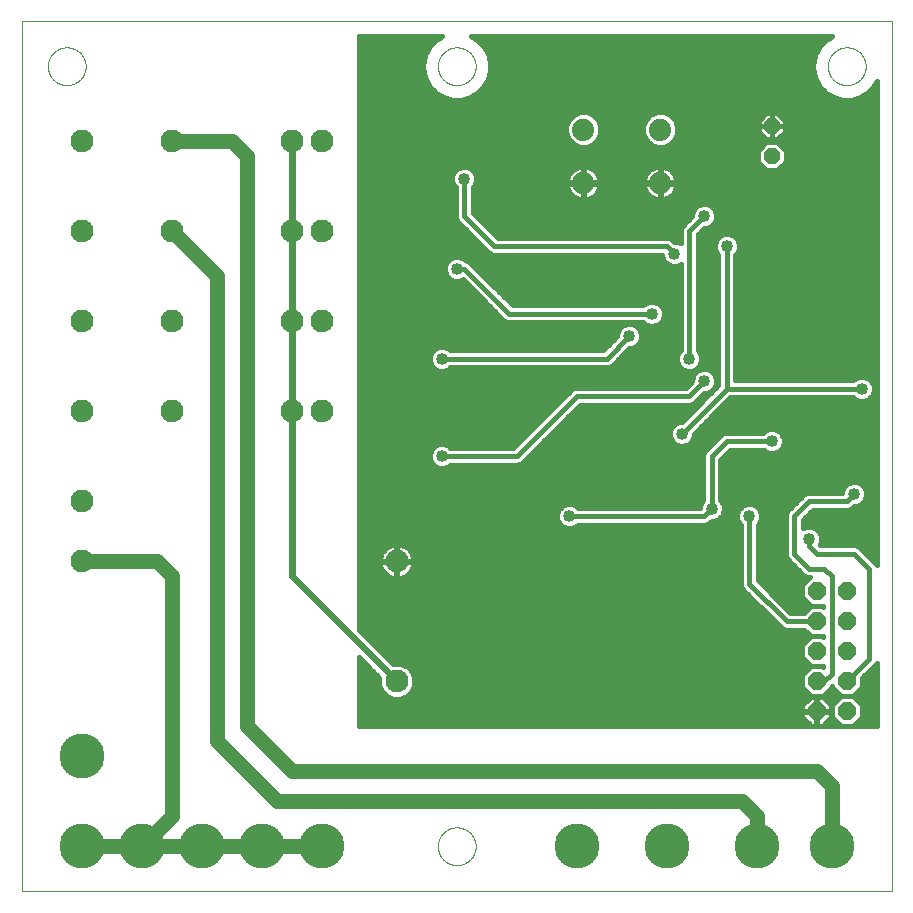
<source format=gbl>
G75*
%MOIN*%
%OFA0B0*%
%FSLAX25Y25*%
%IPPOS*%
%LPD*%
%AMOC8*
5,1,8,0,0,1.08239X$1,22.5*
%
%ADD10C,0.00000*%
%ADD11OC8,0.06000*%
%ADD12C,0.07400*%
%ADD13C,0.07600*%
%ADD14OC8,0.05200*%
%ADD15C,0.15000*%
%ADD16C,0.04000*%
%ADD17C,0.01600*%
%ADD18C,0.02400*%
%ADD19C,0.05000*%
D10*
X0001000Y0001000D02*
X0291000Y0001000D01*
X0291000Y0291000D01*
X0001000Y0291000D01*
X0001000Y0001000D01*
X0139701Y0016000D02*
X0139703Y0016158D01*
X0139709Y0016316D01*
X0139719Y0016474D01*
X0139733Y0016632D01*
X0139751Y0016789D01*
X0139772Y0016946D01*
X0139798Y0017102D01*
X0139828Y0017258D01*
X0139861Y0017413D01*
X0139899Y0017566D01*
X0139940Y0017719D01*
X0139985Y0017871D01*
X0140034Y0018022D01*
X0140087Y0018171D01*
X0140143Y0018319D01*
X0140203Y0018465D01*
X0140267Y0018610D01*
X0140335Y0018753D01*
X0140406Y0018895D01*
X0140480Y0019035D01*
X0140558Y0019172D01*
X0140640Y0019308D01*
X0140724Y0019442D01*
X0140813Y0019573D01*
X0140904Y0019702D01*
X0140999Y0019829D01*
X0141096Y0019954D01*
X0141197Y0020076D01*
X0141301Y0020195D01*
X0141408Y0020312D01*
X0141518Y0020426D01*
X0141631Y0020537D01*
X0141746Y0020646D01*
X0141864Y0020751D01*
X0141985Y0020853D01*
X0142108Y0020953D01*
X0142234Y0021049D01*
X0142362Y0021142D01*
X0142492Y0021232D01*
X0142625Y0021318D01*
X0142760Y0021402D01*
X0142896Y0021481D01*
X0143035Y0021558D01*
X0143176Y0021630D01*
X0143318Y0021700D01*
X0143462Y0021765D01*
X0143608Y0021827D01*
X0143755Y0021885D01*
X0143904Y0021940D01*
X0144054Y0021991D01*
X0144205Y0022038D01*
X0144357Y0022081D01*
X0144510Y0022120D01*
X0144665Y0022156D01*
X0144820Y0022187D01*
X0144976Y0022215D01*
X0145132Y0022239D01*
X0145289Y0022259D01*
X0145447Y0022275D01*
X0145604Y0022287D01*
X0145763Y0022295D01*
X0145921Y0022299D01*
X0146079Y0022299D01*
X0146237Y0022295D01*
X0146396Y0022287D01*
X0146553Y0022275D01*
X0146711Y0022259D01*
X0146868Y0022239D01*
X0147024Y0022215D01*
X0147180Y0022187D01*
X0147335Y0022156D01*
X0147490Y0022120D01*
X0147643Y0022081D01*
X0147795Y0022038D01*
X0147946Y0021991D01*
X0148096Y0021940D01*
X0148245Y0021885D01*
X0148392Y0021827D01*
X0148538Y0021765D01*
X0148682Y0021700D01*
X0148824Y0021630D01*
X0148965Y0021558D01*
X0149104Y0021481D01*
X0149240Y0021402D01*
X0149375Y0021318D01*
X0149508Y0021232D01*
X0149638Y0021142D01*
X0149766Y0021049D01*
X0149892Y0020953D01*
X0150015Y0020853D01*
X0150136Y0020751D01*
X0150254Y0020646D01*
X0150369Y0020537D01*
X0150482Y0020426D01*
X0150592Y0020312D01*
X0150699Y0020195D01*
X0150803Y0020076D01*
X0150904Y0019954D01*
X0151001Y0019829D01*
X0151096Y0019702D01*
X0151187Y0019573D01*
X0151276Y0019442D01*
X0151360Y0019308D01*
X0151442Y0019172D01*
X0151520Y0019035D01*
X0151594Y0018895D01*
X0151665Y0018753D01*
X0151733Y0018610D01*
X0151797Y0018465D01*
X0151857Y0018319D01*
X0151913Y0018171D01*
X0151966Y0018022D01*
X0152015Y0017871D01*
X0152060Y0017719D01*
X0152101Y0017566D01*
X0152139Y0017413D01*
X0152172Y0017258D01*
X0152202Y0017102D01*
X0152228Y0016946D01*
X0152249Y0016789D01*
X0152267Y0016632D01*
X0152281Y0016474D01*
X0152291Y0016316D01*
X0152297Y0016158D01*
X0152299Y0016000D01*
X0152297Y0015842D01*
X0152291Y0015684D01*
X0152281Y0015526D01*
X0152267Y0015368D01*
X0152249Y0015211D01*
X0152228Y0015054D01*
X0152202Y0014898D01*
X0152172Y0014742D01*
X0152139Y0014587D01*
X0152101Y0014434D01*
X0152060Y0014281D01*
X0152015Y0014129D01*
X0151966Y0013978D01*
X0151913Y0013829D01*
X0151857Y0013681D01*
X0151797Y0013535D01*
X0151733Y0013390D01*
X0151665Y0013247D01*
X0151594Y0013105D01*
X0151520Y0012965D01*
X0151442Y0012828D01*
X0151360Y0012692D01*
X0151276Y0012558D01*
X0151187Y0012427D01*
X0151096Y0012298D01*
X0151001Y0012171D01*
X0150904Y0012046D01*
X0150803Y0011924D01*
X0150699Y0011805D01*
X0150592Y0011688D01*
X0150482Y0011574D01*
X0150369Y0011463D01*
X0150254Y0011354D01*
X0150136Y0011249D01*
X0150015Y0011147D01*
X0149892Y0011047D01*
X0149766Y0010951D01*
X0149638Y0010858D01*
X0149508Y0010768D01*
X0149375Y0010682D01*
X0149240Y0010598D01*
X0149104Y0010519D01*
X0148965Y0010442D01*
X0148824Y0010370D01*
X0148682Y0010300D01*
X0148538Y0010235D01*
X0148392Y0010173D01*
X0148245Y0010115D01*
X0148096Y0010060D01*
X0147946Y0010009D01*
X0147795Y0009962D01*
X0147643Y0009919D01*
X0147490Y0009880D01*
X0147335Y0009844D01*
X0147180Y0009813D01*
X0147024Y0009785D01*
X0146868Y0009761D01*
X0146711Y0009741D01*
X0146553Y0009725D01*
X0146396Y0009713D01*
X0146237Y0009705D01*
X0146079Y0009701D01*
X0145921Y0009701D01*
X0145763Y0009705D01*
X0145604Y0009713D01*
X0145447Y0009725D01*
X0145289Y0009741D01*
X0145132Y0009761D01*
X0144976Y0009785D01*
X0144820Y0009813D01*
X0144665Y0009844D01*
X0144510Y0009880D01*
X0144357Y0009919D01*
X0144205Y0009962D01*
X0144054Y0010009D01*
X0143904Y0010060D01*
X0143755Y0010115D01*
X0143608Y0010173D01*
X0143462Y0010235D01*
X0143318Y0010300D01*
X0143176Y0010370D01*
X0143035Y0010442D01*
X0142896Y0010519D01*
X0142760Y0010598D01*
X0142625Y0010682D01*
X0142492Y0010768D01*
X0142362Y0010858D01*
X0142234Y0010951D01*
X0142108Y0011047D01*
X0141985Y0011147D01*
X0141864Y0011249D01*
X0141746Y0011354D01*
X0141631Y0011463D01*
X0141518Y0011574D01*
X0141408Y0011688D01*
X0141301Y0011805D01*
X0141197Y0011924D01*
X0141096Y0012046D01*
X0140999Y0012171D01*
X0140904Y0012298D01*
X0140813Y0012427D01*
X0140724Y0012558D01*
X0140640Y0012692D01*
X0140558Y0012828D01*
X0140480Y0012965D01*
X0140406Y0013105D01*
X0140335Y0013247D01*
X0140267Y0013390D01*
X0140203Y0013535D01*
X0140143Y0013681D01*
X0140087Y0013829D01*
X0140034Y0013978D01*
X0139985Y0014129D01*
X0139940Y0014281D01*
X0139899Y0014434D01*
X0139861Y0014587D01*
X0139828Y0014742D01*
X0139798Y0014898D01*
X0139772Y0015054D01*
X0139751Y0015211D01*
X0139733Y0015368D01*
X0139719Y0015526D01*
X0139709Y0015684D01*
X0139703Y0015842D01*
X0139701Y0016000D01*
X0139701Y0276000D02*
X0139703Y0276158D01*
X0139709Y0276316D01*
X0139719Y0276474D01*
X0139733Y0276632D01*
X0139751Y0276789D01*
X0139772Y0276946D01*
X0139798Y0277102D01*
X0139828Y0277258D01*
X0139861Y0277413D01*
X0139899Y0277566D01*
X0139940Y0277719D01*
X0139985Y0277871D01*
X0140034Y0278022D01*
X0140087Y0278171D01*
X0140143Y0278319D01*
X0140203Y0278465D01*
X0140267Y0278610D01*
X0140335Y0278753D01*
X0140406Y0278895D01*
X0140480Y0279035D01*
X0140558Y0279172D01*
X0140640Y0279308D01*
X0140724Y0279442D01*
X0140813Y0279573D01*
X0140904Y0279702D01*
X0140999Y0279829D01*
X0141096Y0279954D01*
X0141197Y0280076D01*
X0141301Y0280195D01*
X0141408Y0280312D01*
X0141518Y0280426D01*
X0141631Y0280537D01*
X0141746Y0280646D01*
X0141864Y0280751D01*
X0141985Y0280853D01*
X0142108Y0280953D01*
X0142234Y0281049D01*
X0142362Y0281142D01*
X0142492Y0281232D01*
X0142625Y0281318D01*
X0142760Y0281402D01*
X0142896Y0281481D01*
X0143035Y0281558D01*
X0143176Y0281630D01*
X0143318Y0281700D01*
X0143462Y0281765D01*
X0143608Y0281827D01*
X0143755Y0281885D01*
X0143904Y0281940D01*
X0144054Y0281991D01*
X0144205Y0282038D01*
X0144357Y0282081D01*
X0144510Y0282120D01*
X0144665Y0282156D01*
X0144820Y0282187D01*
X0144976Y0282215D01*
X0145132Y0282239D01*
X0145289Y0282259D01*
X0145447Y0282275D01*
X0145604Y0282287D01*
X0145763Y0282295D01*
X0145921Y0282299D01*
X0146079Y0282299D01*
X0146237Y0282295D01*
X0146396Y0282287D01*
X0146553Y0282275D01*
X0146711Y0282259D01*
X0146868Y0282239D01*
X0147024Y0282215D01*
X0147180Y0282187D01*
X0147335Y0282156D01*
X0147490Y0282120D01*
X0147643Y0282081D01*
X0147795Y0282038D01*
X0147946Y0281991D01*
X0148096Y0281940D01*
X0148245Y0281885D01*
X0148392Y0281827D01*
X0148538Y0281765D01*
X0148682Y0281700D01*
X0148824Y0281630D01*
X0148965Y0281558D01*
X0149104Y0281481D01*
X0149240Y0281402D01*
X0149375Y0281318D01*
X0149508Y0281232D01*
X0149638Y0281142D01*
X0149766Y0281049D01*
X0149892Y0280953D01*
X0150015Y0280853D01*
X0150136Y0280751D01*
X0150254Y0280646D01*
X0150369Y0280537D01*
X0150482Y0280426D01*
X0150592Y0280312D01*
X0150699Y0280195D01*
X0150803Y0280076D01*
X0150904Y0279954D01*
X0151001Y0279829D01*
X0151096Y0279702D01*
X0151187Y0279573D01*
X0151276Y0279442D01*
X0151360Y0279308D01*
X0151442Y0279172D01*
X0151520Y0279035D01*
X0151594Y0278895D01*
X0151665Y0278753D01*
X0151733Y0278610D01*
X0151797Y0278465D01*
X0151857Y0278319D01*
X0151913Y0278171D01*
X0151966Y0278022D01*
X0152015Y0277871D01*
X0152060Y0277719D01*
X0152101Y0277566D01*
X0152139Y0277413D01*
X0152172Y0277258D01*
X0152202Y0277102D01*
X0152228Y0276946D01*
X0152249Y0276789D01*
X0152267Y0276632D01*
X0152281Y0276474D01*
X0152291Y0276316D01*
X0152297Y0276158D01*
X0152299Y0276000D01*
X0152297Y0275842D01*
X0152291Y0275684D01*
X0152281Y0275526D01*
X0152267Y0275368D01*
X0152249Y0275211D01*
X0152228Y0275054D01*
X0152202Y0274898D01*
X0152172Y0274742D01*
X0152139Y0274587D01*
X0152101Y0274434D01*
X0152060Y0274281D01*
X0152015Y0274129D01*
X0151966Y0273978D01*
X0151913Y0273829D01*
X0151857Y0273681D01*
X0151797Y0273535D01*
X0151733Y0273390D01*
X0151665Y0273247D01*
X0151594Y0273105D01*
X0151520Y0272965D01*
X0151442Y0272828D01*
X0151360Y0272692D01*
X0151276Y0272558D01*
X0151187Y0272427D01*
X0151096Y0272298D01*
X0151001Y0272171D01*
X0150904Y0272046D01*
X0150803Y0271924D01*
X0150699Y0271805D01*
X0150592Y0271688D01*
X0150482Y0271574D01*
X0150369Y0271463D01*
X0150254Y0271354D01*
X0150136Y0271249D01*
X0150015Y0271147D01*
X0149892Y0271047D01*
X0149766Y0270951D01*
X0149638Y0270858D01*
X0149508Y0270768D01*
X0149375Y0270682D01*
X0149240Y0270598D01*
X0149104Y0270519D01*
X0148965Y0270442D01*
X0148824Y0270370D01*
X0148682Y0270300D01*
X0148538Y0270235D01*
X0148392Y0270173D01*
X0148245Y0270115D01*
X0148096Y0270060D01*
X0147946Y0270009D01*
X0147795Y0269962D01*
X0147643Y0269919D01*
X0147490Y0269880D01*
X0147335Y0269844D01*
X0147180Y0269813D01*
X0147024Y0269785D01*
X0146868Y0269761D01*
X0146711Y0269741D01*
X0146553Y0269725D01*
X0146396Y0269713D01*
X0146237Y0269705D01*
X0146079Y0269701D01*
X0145921Y0269701D01*
X0145763Y0269705D01*
X0145604Y0269713D01*
X0145447Y0269725D01*
X0145289Y0269741D01*
X0145132Y0269761D01*
X0144976Y0269785D01*
X0144820Y0269813D01*
X0144665Y0269844D01*
X0144510Y0269880D01*
X0144357Y0269919D01*
X0144205Y0269962D01*
X0144054Y0270009D01*
X0143904Y0270060D01*
X0143755Y0270115D01*
X0143608Y0270173D01*
X0143462Y0270235D01*
X0143318Y0270300D01*
X0143176Y0270370D01*
X0143035Y0270442D01*
X0142896Y0270519D01*
X0142760Y0270598D01*
X0142625Y0270682D01*
X0142492Y0270768D01*
X0142362Y0270858D01*
X0142234Y0270951D01*
X0142108Y0271047D01*
X0141985Y0271147D01*
X0141864Y0271249D01*
X0141746Y0271354D01*
X0141631Y0271463D01*
X0141518Y0271574D01*
X0141408Y0271688D01*
X0141301Y0271805D01*
X0141197Y0271924D01*
X0141096Y0272046D01*
X0140999Y0272171D01*
X0140904Y0272298D01*
X0140813Y0272427D01*
X0140724Y0272558D01*
X0140640Y0272692D01*
X0140558Y0272828D01*
X0140480Y0272965D01*
X0140406Y0273105D01*
X0140335Y0273247D01*
X0140267Y0273390D01*
X0140203Y0273535D01*
X0140143Y0273681D01*
X0140087Y0273829D01*
X0140034Y0273978D01*
X0139985Y0274129D01*
X0139940Y0274281D01*
X0139899Y0274434D01*
X0139861Y0274587D01*
X0139828Y0274742D01*
X0139798Y0274898D01*
X0139772Y0275054D01*
X0139751Y0275211D01*
X0139733Y0275368D01*
X0139719Y0275526D01*
X0139709Y0275684D01*
X0139703Y0275842D01*
X0139701Y0276000D01*
X0009701Y0276000D02*
X0009703Y0276158D01*
X0009709Y0276316D01*
X0009719Y0276474D01*
X0009733Y0276632D01*
X0009751Y0276789D01*
X0009772Y0276946D01*
X0009798Y0277102D01*
X0009828Y0277258D01*
X0009861Y0277413D01*
X0009899Y0277566D01*
X0009940Y0277719D01*
X0009985Y0277871D01*
X0010034Y0278022D01*
X0010087Y0278171D01*
X0010143Y0278319D01*
X0010203Y0278465D01*
X0010267Y0278610D01*
X0010335Y0278753D01*
X0010406Y0278895D01*
X0010480Y0279035D01*
X0010558Y0279172D01*
X0010640Y0279308D01*
X0010724Y0279442D01*
X0010813Y0279573D01*
X0010904Y0279702D01*
X0010999Y0279829D01*
X0011096Y0279954D01*
X0011197Y0280076D01*
X0011301Y0280195D01*
X0011408Y0280312D01*
X0011518Y0280426D01*
X0011631Y0280537D01*
X0011746Y0280646D01*
X0011864Y0280751D01*
X0011985Y0280853D01*
X0012108Y0280953D01*
X0012234Y0281049D01*
X0012362Y0281142D01*
X0012492Y0281232D01*
X0012625Y0281318D01*
X0012760Y0281402D01*
X0012896Y0281481D01*
X0013035Y0281558D01*
X0013176Y0281630D01*
X0013318Y0281700D01*
X0013462Y0281765D01*
X0013608Y0281827D01*
X0013755Y0281885D01*
X0013904Y0281940D01*
X0014054Y0281991D01*
X0014205Y0282038D01*
X0014357Y0282081D01*
X0014510Y0282120D01*
X0014665Y0282156D01*
X0014820Y0282187D01*
X0014976Y0282215D01*
X0015132Y0282239D01*
X0015289Y0282259D01*
X0015447Y0282275D01*
X0015604Y0282287D01*
X0015763Y0282295D01*
X0015921Y0282299D01*
X0016079Y0282299D01*
X0016237Y0282295D01*
X0016396Y0282287D01*
X0016553Y0282275D01*
X0016711Y0282259D01*
X0016868Y0282239D01*
X0017024Y0282215D01*
X0017180Y0282187D01*
X0017335Y0282156D01*
X0017490Y0282120D01*
X0017643Y0282081D01*
X0017795Y0282038D01*
X0017946Y0281991D01*
X0018096Y0281940D01*
X0018245Y0281885D01*
X0018392Y0281827D01*
X0018538Y0281765D01*
X0018682Y0281700D01*
X0018824Y0281630D01*
X0018965Y0281558D01*
X0019104Y0281481D01*
X0019240Y0281402D01*
X0019375Y0281318D01*
X0019508Y0281232D01*
X0019638Y0281142D01*
X0019766Y0281049D01*
X0019892Y0280953D01*
X0020015Y0280853D01*
X0020136Y0280751D01*
X0020254Y0280646D01*
X0020369Y0280537D01*
X0020482Y0280426D01*
X0020592Y0280312D01*
X0020699Y0280195D01*
X0020803Y0280076D01*
X0020904Y0279954D01*
X0021001Y0279829D01*
X0021096Y0279702D01*
X0021187Y0279573D01*
X0021276Y0279442D01*
X0021360Y0279308D01*
X0021442Y0279172D01*
X0021520Y0279035D01*
X0021594Y0278895D01*
X0021665Y0278753D01*
X0021733Y0278610D01*
X0021797Y0278465D01*
X0021857Y0278319D01*
X0021913Y0278171D01*
X0021966Y0278022D01*
X0022015Y0277871D01*
X0022060Y0277719D01*
X0022101Y0277566D01*
X0022139Y0277413D01*
X0022172Y0277258D01*
X0022202Y0277102D01*
X0022228Y0276946D01*
X0022249Y0276789D01*
X0022267Y0276632D01*
X0022281Y0276474D01*
X0022291Y0276316D01*
X0022297Y0276158D01*
X0022299Y0276000D01*
X0022297Y0275842D01*
X0022291Y0275684D01*
X0022281Y0275526D01*
X0022267Y0275368D01*
X0022249Y0275211D01*
X0022228Y0275054D01*
X0022202Y0274898D01*
X0022172Y0274742D01*
X0022139Y0274587D01*
X0022101Y0274434D01*
X0022060Y0274281D01*
X0022015Y0274129D01*
X0021966Y0273978D01*
X0021913Y0273829D01*
X0021857Y0273681D01*
X0021797Y0273535D01*
X0021733Y0273390D01*
X0021665Y0273247D01*
X0021594Y0273105D01*
X0021520Y0272965D01*
X0021442Y0272828D01*
X0021360Y0272692D01*
X0021276Y0272558D01*
X0021187Y0272427D01*
X0021096Y0272298D01*
X0021001Y0272171D01*
X0020904Y0272046D01*
X0020803Y0271924D01*
X0020699Y0271805D01*
X0020592Y0271688D01*
X0020482Y0271574D01*
X0020369Y0271463D01*
X0020254Y0271354D01*
X0020136Y0271249D01*
X0020015Y0271147D01*
X0019892Y0271047D01*
X0019766Y0270951D01*
X0019638Y0270858D01*
X0019508Y0270768D01*
X0019375Y0270682D01*
X0019240Y0270598D01*
X0019104Y0270519D01*
X0018965Y0270442D01*
X0018824Y0270370D01*
X0018682Y0270300D01*
X0018538Y0270235D01*
X0018392Y0270173D01*
X0018245Y0270115D01*
X0018096Y0270060D01*
X0017946Y0270009D01*
X0017795Y0269962D01*
X0017643Y0269919D01*
X0017490Y0269880D01*
X0017335Y0269844D01*
X0017180Y0269813D01*
X0017024Y0269785D01*
X0016868Y0269761D01*
X0016711Y0269741D01*
X0016553Y0269725D01*
X0016396Y0269713D01*
X0016237Y0269705D01*
X0016079Y0269701D01*
X0015921Y0269701D01*
X0015763Y0269705D01*
X0015604Y0269713D01*
X0015447Y0269725D01*
X0015289Y0269741D01*
X0015132Y0269761D01*
X0014976Y0269785D01*
X0014820Y0269813D01*
X0014665Y0269844D01*
X0014510Y0269880D01*
X0014357Y0269919D01*
X0014205Y0269962D01*
X0014054Y0270009D01*
X0013904Y0270060D01*
X0013755Y0270115D01*
X0013608Y0270173D01*
X0013462Y0270235D01*
X0013318Y0270300D01*
X0013176Y0270370D01*
X0013035Y0270442D01*
X0012896Y0270519D01*
X0012760Y0270598D01*
X0012625Y0270682D01*
X0012492Y0270768D01*
X0012362Y0270858D01*
X0012234Y0270951D01*
X0012108Y0271047D01*
X0011985Y0271147D01*
X0011864Y0271249D01*
X0011746Y0271354D01*
X0011631Y0271463D01*
X0011518Y0271574D01*
X0011408Y0271688D01*
X0011301Y0271805D01*
X0011197Y0271924D01*
X0011096Y0272046D01*
X0010999Y0272171D01*
X0010904Y0272298D01*
X0010813Y0272427D01*
X0010724Y0272558D01*
X0010640Y0272692D01*
X0010558Y0272828D01*
X0010480Y0272965D01*
X0010406Y0273105D01*
X0010335Y0273247D01*
X0010267Y0273390D01*
X0010203Y0273535D01*
X0010143Y0273681D01*
X0010087Y0273829D01*
X0010034Y0273978D01*
X0009985Y0274129D01*
X0009940Y0274281D01*
X0009899Y0274434D01*
X0009861Y0274587D01*
X0009828Y0274742D01*
X0009798Y0274898D01*
X0009772Y0275054D01*
X0009751Y0275211D01*
X0009733Y0275368D01*
X0009719Y0275526D01*
X0009709Y0275684D01*
X0009703Y0275842D01*
X0009701Y0276000D01*
X0269701Y0276000D02*
X0269703Y0276158D01*
X0269709Y0276316D01*
X0269719Y0276474D01*
X0269733Y0276632D01*
X0269751Y0276789D01*
X0269772Y0276946D01*
X0269798Y0277102D01*
X0269828Y0277258D01*
X0269861Y0277413D01*
X0269899Y0277566D01*
X0269940Y0277719D01*
X0269985Y0277871D01*
X0270034Y0278022D01*
X0270087Y0278171D01*
X0270143Y0278319D01*
X0270203Y0278465D01*
X0270267Y0278610D01*
X0270335Y0278753D01*
X0270406Y0278895D01*
X0270480Y0279035D01*
X0270558Y0279172D01*
X0270640Y0279308D01*
X0270724Y0279442D01*
X0270813Y0279573D01*
X0270904Y0279702D01*
X0270999Y0279829D01*
X0271096Y0279954D01*
X0271197Y0280076D01*
X0271301Y0280195D01*
X0271408Y0280312D01*
X0271518Y0280426D01*
X0271631Y0280537D01*
X0271746Y0280646D01*
X0271864Y0280751D01*
X0271985Y0280853D01*
X0272108Y0280953D01*
X0272234Y0281049D01*
X0272362Y0281142D01*
X0272492Y0281232D01*
X0272625Y0281318D01*
X0272760Y0281402D01*
X0272896Y0281481D01*
X0273035Y0281558D01*
X0273176Y0281630D01*
X0273318Y0281700D01*
X0273462Y0281765D01*
X0273608Y0281827D01*
X0273755Y0281885D01*
X0273904Y0281940D01*
X0274054Y0281991D01*
X0274205Y0282038D01*
X0274357Y0282081D01*
X0274510Y0282120D01*
X0274665Y0282156D01*
X0274820Y0282187D01*
X0274976Y0282215D01*
X0275132Y0282239D01*
X0275289Y0282259D01*
X0275447Y0282275D01*
X0275604Y0282287D01*
X0275763Y0282295D01*
X0275921Y0282299D01*
X0276079Y0282299D01*
X0276237Y0282295D01*
X0276396Y0282287D01*
X0276553Y0282275D01*
X0276711Y0282259D01*
X0276868Y0282239D01*
X0277024Y0282215D01*
X0277180Y0282187D01*
X0277335Y0282156D01*
X0277490Y0282120D01*
X0277643Y0282081D01*
X0277795Y0282038D01*
X0277946Y0281991D01*
X0278096Y0281940D01*
X0278245Y0281885D01*
X0278392Y0281827D01*
X0278538Y0281765D01*
X0278682Y0281700D01*
X0278824Y0281630D01*
X0278965Y0281558D01*
X0279104Y0281481D01*
X0279240Y0281402D01*
X0279375Y0281318D01*
X0279508Y0281232D01*
X0279638Y0281142D01*
X0279766Y0281049D01*
X0279892Y0280953D01*
X0280015Y0280853D01*
X0280136Y0280751D01*
X0280254Y0280646D01*
X0280369Y0280537D01*
X0280482Y0280426D01*
X0280592Y0280312D01*
X0280699Y0280195D01*
X0280803Y0280076D01*
X0280904Y0279954D01*
X0281001Y0279829D01*
X0281096Y0279702D01*
X0281187Y0279573D01*
X0281276Y0279442D01*
X0281360Y0279308D01*
X0281442Y0279172D01*
X0281520Y0279035D01*
X0281594Y0278895D01*
X0281665Y0278753D01*
X0281733Y0278610D01*
X0281797Y0278465D01*
X0281857Y0278319D01*
X0281913Y0278171D01*
X0281966Y0278022D01*
X0282015Y0277871D01*
X0282060Y0277719D01*
X0282101Y0277566D01*
X0282139Y0277413D01*
X0282172Y0277258D01*
X0282202Y0277102D01*
X0282228Y0276946D01*
X0282249Y0276789D01*
X0282267Y0276632D01*
X0282281Y0276474D01*
X0282291Y0276316D01*
X0282297Y0276158D01*
X0282299Y0276000D01*
X0282297Y0275842D01*
X0282291Y0275684D01*
X0282281Y0275526D01*
X0282267Y0275368D01*
X0282249Y0275211D01*
X0282228Y0275054D01*
X0282202Y0274898D01*
X0282172Y0274742D01*
X0282139Y0274587D01*
X0282101Y0274434D01*
X0282060Y0274281D01*
X0282015Y0274129D01*
X0281966Y0273978D01*
X0281913Y0273829D01*
X0281857Y0273681D01*
X0281797Y0273535D01*
X0281733Y0273390D01*
X0281665Y0273247D01*
X0281594Y0273105D01*
X0281520Y0272965D01*
X0281442Y0272828D01*
X0281360Y0272692D01*
X0281276Y0272558D01*
X0281187Y0272427D01*
X0281096Y0272298D01*
X0281001Y0272171D01*
X0280904Y0272046D01*
X0280803Y0271924D01*
X0280699Y0271805D01*
X0280592Y0271688D01*
X0280482Y0271574D01*
X0280369Y0271463D01*
X0280254Y0271354D01*
X0280136Y0271249D01*
X0280015Y0271147D01*
X0279892Y0271047D01*
X0279766Y0270951D01*
X0279638Y0270858D01*
X0279508Y0270768D01*
X0279375Y0270682D01*
X0279240Y0270598D01*
X0279104Y0270519D01*
X0278965Y0270442D01*
X0278824Y0270370D01*
X0278682Y0270300D01*
X0278538Y0270235D01*
X0278392Y0270173D01*
X0278245Y0270115D01*
X0278096Y0270060D01*
X0277946Y0270009D01*
X0277795Y0269962D01*
X0277643Y0269919D01*
X0277490Y0269880D01*
X0277335Y0269844D01*
X0277180Y0269813D01*
X0277024Y0269785D01*
X0276868Y0269761D01*
X0276711Y0269741D01*
X0276553Y0269725D01*
X0276396Y0269713D01*
X0276237Y0269705D01*
X0276079Y0269701D01*
X0275921Y0269701D01*
X0275763Y0269705D01*
X0275604Y0269713D01*
X0275447Y0269725D01*
X0275289Y0269741D01*
X0275132Y0269761D01*
X0274976Y0269785D01*
X0274820Y0269813D01*
X0274665Y0269844D01*
X0274510Y0269880D01*
X0274357Y0269919D01*
X0274205Y0269962D01*
X0274054Y0270009D01*
X0273904Y0270060D01*
X0273755Y0270115D01*
X0273608Y0270173D01*
X0273462Y0270235D01*
X0273318Y0270300D01*
X0273176Y0270370D01*
X0273035Y0270442D01*
X0272896Y0270519D01*
X0272760Y0270598D01*
X0272625Y0270682D01*
X0272492Y0270768D01*
X0272362Y0270858D01*
X0272234Y0270951D01*
X0272108Y0271047D01*
X0271985Y0271147D01*
X0271864Y0271249D01*
X0271746Y0271354D01*
X0271631Y0271463D01*
X0271518Y0271574D01*
X0271408Y0271688D01*
X0271301Y0271805D01*
X0271197Y0271924D01*
X0271096Y0272046D01*
X0270999Y0272171D01*
X0270904Y0272298D01*
X0270813Y0272427D01*
X0270724Y0272558D01*
X0270640Y0272692D01*
X0270558Y0272828D01*
X0270480Y0272965D01*
X0270406Y0273105D01*
X0270335Y0273247D01*
X0270267Y0273390D01*
X0270203Y0273535D01*
X0270143Y0273681D01*
X0270087Y0273829D01*
X0270034Y0273978D01*
X0269985Y0274129D01*
X0269940Y0274281D01*
X0269899Y0274434D01*
X0269861Y0274587D01*
X0269828Y0274742D01*
X0269798Y0274898D01*
X0269772Y0275054D01*
X0269751Y0275211D01*
X0269733Y0275368D01*
X0269719Y0275526D01*
X0269709Y0275684D01*
X0269703Y0275842D01*
X0269701Y0276000D01*
D11*
X0266000Y0101000D03*
X0266000Y0091000D03*
X0276000Y0091000D03*
X0276000Y0101000D03*
X0276000Y0081000D03*
X0276000Y0071000D03*
X0266000Y0071000D03*
X0266000Y0081000D03*
X0266000Y0061000D03*
X0276000Y0061000D03*
D12*
X0213800Y0237100D03*
X0213800Y0254900D03*
X0188200Y0254900D03*
X0188200Y0237100D03*
D13*
X0101000Y0251000D03*
X0091000Y0251000D03*
X0091000Y0221000D03*
X0101000Y0221000D03*
X0101000Y0191000D03*
X0091000Y0191000D03*
X0091000Y0161000D03*
X0101000Y0161000D03*
X0051000Y0161000D03*
X0051000Y0191000D03*
X0051000Y0221000D03*
X0051000Y0251000D03*
X0021000Y0251000D03*
X0021000Y0221000D03*
X0021000Y0191000D03*
X0021000Y0161000D03*
X0021000Y0131000D03*
X0021000Y0111000D03*
X0126000Y0111000D03*
X0126000Y0071000D03*
D14*
X0251000Y0246000D03*
X0251000Y0256000D03*
D15*
X0021000Y0046000D03*
X0021000Y0016000D03*
X0041000Y0016000D03*
X0061000Y0016000D03*
X0081000Y0016000D03*
X0101000Y0016000D03*
X0186000Y0016000D03*
X0216000Y0016000D03*
X0246000Y0016000D03*
X0271000Y0016000D03*
D16*
X0241000Y0071000D03*
X0263500Y0118500D03*
X0278500Y0133500D03*
X0251000Y0151000D03*
X0228500Y0171000D03*
X0223500Y0178500D03*
X0211000Y0193500D03*
X0203500Y0186000D03*
X0218500Y0213500D03*
X0228500Y0226000D03*
X0236000Y0216000D03*
X0268500Y0248500D03*
X0268500Y0256000D03*
X0268500Y0263500D03*
X0261000Y0263500D03*
X0276000Y0256000D03*
X0276000Y0248500D03*
X0276000Y0241000D03*
X0276000Y0233500D03*
X0276000Y0226000D03*
X0221000Y0263500D03*
X0213500Y0263500D03*
X0176000Y0263500D03*
X0166000Y0263500D03*
X0158500Y0263500D03*
X0151000Y0263500D03*
X0126000Y0263500D03*
X0118500Y0263500D03*
X0126000Y0273500D03*
X0121000Y0241000D03*
X0121000Y0231000D03*
X0121000Y0211000D03*
X0121000Y0201000D03*
X0121000Y0181000D03*
X0121000Y0171000D03*
X0141000Y0178500D03*
X0146000Y0208500D03*
X0148500Y0238500D03*
X0166000Y0241000D03*
X0221000Y0153500D03*
X0231000Y0128500D03*
X0243500Y0126000D03*
X0281000Y0168500D03*
X0183500Y0126000D03*
X0171000Y0106000D03*
X0171000Y0098500D03*
X0148500Y0111000D03*
X0148500Y0118500D03*
X0141000Y0118500D03*
X0141000Y0111000D03*
X0141000Y0103500D03*
X0141000Y0126000D03*
X0141000Y0146000D03*
X0118500Y0143500D03*
X0118500Y0136000D03*
X0118500Y0128500D03*
X0123500Y0061000D03*
X0131000Y0061000D03*
X0136000Y0061000D03*
X0166000Y0058500D03*
X0173500Y0058500D03*
D17*
X0131800Y0069846D02*
X0131800Y0072154D01*
X0130917Y0074285D01*
X0129285Y0075917D01*
X0127154Y0076800D01*
X0124846Y0076800D01*
X0124761Y0076765D01*
X0113500Y0088025D01*
X0113500Y0286000D01*
X0141122Y0286000D01*
X0139185Y0284882D01*
X0137118Y0282815D01*
X0135657Y0280284D01*
X0134901Y0277461D01*
X0134901Y0274539D01*
X0135657Y0271716D01*
X0137118Y0269185D01*
X0139185Y0267118D01*
X0141716Y0265657D01*
X0144539Y0264901D01*
X0147461Y0264901D01*
X0150284Y0265657D01*
X0152815Y0267118D01*
X0154882Y0269185D01*
X0156343Y0271716D01*
X0157099Y0274539D01*
X0157099Y0277461D01*
X0156343Y0280284D01*
X0154882Y0282815D01*
X0152815Y0284882D01*
X0150878Y0286000D01*
X0271122Y0286000D01*
X0269185Y0284882D01*
X0267118Y0282815D01*
X0265657Y0280284D01*
X0264901Y0277461D01*
X0264901Y0274539D01*
X0265657Y0271716D01*
X0267118Y0269185D01*
X0269185Y0267118D01*
X0271716Y0265657D01*
X0274539Y0264901D01*
X0277461Y0264901D01*
X0280284Y0265657D01*
X0282815Y0267118D01*
X0284882Y0269185D01*
X0286000Y0271122D01*
X0286000Y0109781D01*
X0285874Y0110086D01*
X0285086Y0110874D01*
X0280086Y0115874D01*
X0279057Y0116300D01*
X0267160Y0116300D01*
X0266989Y0116471D01*
X0267500Y0117704D01*
X0267500Y0119296D01*
X0266891Y0120766D01*
X0265766Y0121891D01*
X0264296Y0122500D01*
X0262704Y0122500D01*
X0261300Y0121918D01*
X0261300Y0124840D01*
X0264660Y0128200D01*
X0276557Y0128200D01*
X0277586Y0128626D01*
X0278460Y0129500D01*
X0279296Y0129500D01*
X0280766Y0130109D01*
X0281891Y0131234D01*
X0282500Y0132704D01*
X0282500Y0134296D01*
X0281891Y0135766D01*
X0280766Y0136891D01*
X0279296Y0137500D01*
X0277704Y0137500D01*
X0276234Y0136891D01*
X0275109Y0135766D01*
X0274500Y0134296D01*
X0274500Y0133800D01*
X0262943Y0133800D01*
X0261914Y0133374D01*
X0261126Y0132586D01*
X0256126Y0127586D01*
X0255700Y0126557D01*
X0255700Y0112943D01*
X0256126Y0111914D01*
X0256914Y0111126D01*
X0261914Y0106126D01*
X0262943Y0105700D01*
X0263629Y0105700D01*
X0261000Y0103071D01*
X0261000Y0098929D01*
X0263929Y0096000D01*
X0261729Y0093800D01*
X0257160Y0093800D01*
X0246300Y0104660D01*
X0246300Y0123143D01*
X0246891Y0123734D01*
X0247500Y0125204D01*
X0247500Y0126796D01*
X0246891Y0128266D01*
X0245766Y0129391D01*
X0244296Y0130000D01*
X0242704Y0130000D01*
X0241234Y0129391D01*
X0240109Y0128266D01*
X0239500Y0126796D01*
X0239500Y0125204D01*
X0240109Y0123734D01*
X0240700Y0123143D01*
X0240700Y0102943D01*
X0241126Y0101914D01*
X0253626Y0089414D01*
X0254414Y0088626D01*
X0255443Y0088200D01*
X0261729Y0088200D01*
X0263929Y0086000D01*
X0261000Y0083071D01*
X0261000Y0078929D01*
X0263929Y0076000D01*
X0261000Y0073071D01*
X0261000Y0068929D01*
X0263929Y0066000D01*
X0268071Y0066000D01*
X0271000Y0068929D01*
X0273929Y0066000D01*
X0271000Y0063071D01*
X0271000Y0058929D01*
X0273929Y0056000D01*
X0278071Y0056000D01*
X0281000Y0058929D01*
X0281000Y0063071D01*
X0278071Y0066000D01*
X0273929Y0066000D01*
X0278071Y0066000D01*
X0281000Y0068929D01*
X0281000Y0072040D01*
X0285874Y0076914D01*
X0286000Y0077219D01*
X0286000Y0056000D01*
X0113500Y0056000D01*
X0113500Y0078975D01*
X0120235Y0072239D01*
X0120200Y0072154D01*
X0120200Y0069846D01*
X0121083Y0067715D01*
X0122715Y0066083D01*
X0124846Y0065200D01*
X0127154Y0065200D01*
X0129285Y0066083D01*
X0130917Y0067715D01*
X0131800Y0069846D01*
X0131754Y0069736D02*
X0261000Y0069736D01*
X0261000Y0071334D02*
X0131800Y0071334D01*
X0131477Y0072933D02*
X0261000Y0072933D01*
X0262460Y0074532D02*
X0130671Y0074532D01*
X0128771Y0076130D02*
X0263799Y0076130D01*
X0263929Y0076000D02*
X0268071Y0076000D01*
X0268200Y0075871D01*
X0268200Y0076129D01*
X0268071Y0076000D01*
X0263929Y0076000D01*
X0262200Y0077729D02*
X0123797Y0077729D01*
X0122198Y0079327D02*
X0261000Y0079327D01*
X0261000Y0080926D02*
X0120600Y0080926D01*
X0119001Y0082524D02*
X0261000Y0082524D01*
X0262052Y0084123D02*
X0117403Y0084123D01*
X0115804Y0085721D02*
X0263650Y0085721D01*
X0263929Y0086000D02*
X0268071Y0086000D01*
X0268200Y0085871D01*
X0268200Y0086129D01*
X0268071Y0086000D01*
X0263929Y0086000D01*
X0262609Y0087320D02*
X0114206Y0087320D01*
X0113500Y0088918D02*
X0254122Y0088918D01*
X0252524Y0090517D02*
X0113500Y0090517D01*
X0113500Y0092115D02*
X0250925Y0092115D01*
X0249327Y0093714D02*
X0113500Y0093714D01*
X0113500Y0095312D02*
X0247728Y0095312D01*
X0246130Y0096911D02*
X0113500Y0096911D01*
X0113500Y0098509D02*
X0244531Y0098509D01*
X0242932Y0100108D02*
X0113500Y0100108D01*
X0113500Y0101706D02*
X0241334Y0101706D01*
X0240700Y0103305D02*
X0113500Y0103305D01*
X0113500Y0104903D02*
X0240700Y0104903D01*
X0240700Y0106502D02*
X0129336Y0106502D01*
X0129648Y0106729D02*
X0130271Y0107352D01*
X0130790Y0108065D01*
X0131190Y0108850D01*
X0131462Y0109689D01*
X0131600Y0110559D01*
X0131600Y0110800D01*
X0126200Y0110800D01*
X0126200Y0111200D01*
X0131600Y0111200D01*
X0131600Y0111441D01*
X0131462Y0112311D01*
X0131190Y0113150D01*
X0130790Y0113935D01*
X0130271Y0114648D01*
X0129648Y0115271D01*
X0128935Y0115790D01*
X0128150Y0116190D01*
X0127311Y0116462D01*
X0126441Y0116600D01*
X0126200Y0116600D01*
X0126200Y0111200D01*
X0125800Y0111200D01*
X0125800Y0116600D01*
X0125559Y0116600D01*
X0124689Y0116462D01*
X0123850Y0116190D01*
X0123065Y0115790D01*
X0122352Y0115271D01*
X0121729Y0114648D01*
X0121210Y0113935D01*
X0120810Y0113150D01*
X0120538Y0112311D01*
X0120400Y0111441D01*
X0120400Y0111200D01*
X0125800Y0111200D01*
X0125800Y0110800D01*
X0126200Y0110800D01*
X0126200Y0105400D01*
X0126441Y0105400D01*
X0127311Y0105538D01*
X0128150Y0105810D01*
X0128935Y0106210D01*
X0129648Y0106729D01*
X0130808Y0108100D02*
X0240700Y0108100D01*
X0240700Y0109699D02*
X0131464Y0109699D01*
X0131600Y0111297D02*
X0240700Y0111297D01*
X0240700Y0112896D02*
X0131272Y0112896D01*
X0130383Y0114494D02*
X0240700Y0114494D01*
X0240700Y0116093D02*
X0128340Y0116093D01*
X0126200Y0116093D02*
X0125800Y0116093D01*
X0125800Y0114494D02*
X0126200Y0114494D01*
X0126200Y0112896D02*
X0125800Y0112896D01*
X0125800Y0111297D02*
X0126200Y0111297D01*
X0125800Y0110800D02*
X0125800Y0105400D01*
X0125559Y0105400D01*
X0124689Y0105538D01*
X0123850Y0105810D01*
X0123065Y0106210D01*
X0122352Y0106729D01*
X0121729Y0107352D01*
X0121210Y0108065D01*
X0120810Y0108850D01*
X0120538Y0109689D01*
X0120400Y0110559D01*
X0120400Y0110800D01*
X0125800Y0110800D01*
X0125800Y0109699D02*
X0126200Y0109699D01*
X0126200Y0108100D02*
X0125800Y0108100D01*
X0125800Y0106502D02*
X0126200Y0106502D01*
X0122664Y0106502D02*
X0113500Y0106502D01*
X0113500Y0108100D02*
X0121192Y0108100D01*
X0120536Y0109699D02*
X0113500Y0109699D01*
X0113500Y0111297D02*
X0120400Y0111297D01*
X0120728Y0112896D02*
X0113500Y0112896D01*
X0113500Y0114494D02*
X0121617Y0114494D01*
X0123660Y0116093D02*
X0113500Y0116093D01*
X0113500Y0117691D02*
X0240700Y0117691D01*
X0240700Y0119290D02*
X0113500Y0119290D01*
X0113500Y0120888D02*
X0240700Y0120888D01*
X0240700Y0122487D02*
X0185471Y0122487D01*
X0185766Y0122609D02*
X0186357Y0123200D01*
X0229057Y0123200D01*
X0230086Y0123626D01*
X0230960Y0124500D01*
X0231796Y0124500D01*
X0233266Y0125109D01*
X0234391Y0126234D01*
X0235000Y0127704D01*
X0235000Y0129296D01*
X0234391Y0130766D01*
X0233800Y0131357D01*
X0233800Y0144840D01*
X0237160Y0148200D01*
X0248143Y0148200D01*
X0248734Y0147609D01*
X0250204Y0147000D01*
X0251796Y0147000D01*
X0253266Y0147609D01*
X0254391Y0148734D01*
X0255000Y0150204D01*
X0255000Y0151796D01*
X0254391Y0153266D01*
X0253266Y0154391D01*
X0251796Y0155000D01*
X0250204Y0155000D01*
X0248734Y0154391D01*
X0248143Y0153800D01*
X0235443Y0153800D01*
X0234414Y0153374D01*
X0229414Y0148374D01*
X0228626Y0147586D01*
X0228200Y0146557D01*
X0228200Y0131357D01*
X0227609Y0130766D01*
X0227000Y0129296D01*
X0227000Y0128800D01*
X0186357Y0128800D01*
X0185766Y0129391D01*
X0184296Y0130000D01*
X0182704Y0130000D01*
X0181234Y0129391D01*
X0180109Y0128266D01*
X0179500Y0126796D01*
X0179500Y0125204D01*
X0180109Y0123734D01*
X0181234Y0122609D01*
X0182704Y0122000D01*
X0184296Y0122000D01*
X0185766Y0122609D01*
X0181529Y0122487D02*
X0113500Y0122487D01*
X0113500Y0124085D02*
X0179963Y0124085D01*
X0179500Y0125684D02*
X0113500Y0125684D01*
X0113500Y0127282D02*
X0179702Y0127282D01*
X0180724Y0128881D02*
X0113500Y0128881D01*
X0113500Y0130479D02*
X0227490Y0130479D01*
X0227000Y0128881D02*
X0186276Y0128881D01*
X0183500Y0126000D02*
X0228500Y0126000D01*
X0231000Y0128500D01*
X0231000Y0146000D01*
X0236000Y0151000D01*
X0251000Y0151000D01*
X0248280Y0148063D02*
X0237023Y0148063D01*
X0235424Y0146465D02*
X0286000Y0146465D01*
X0286000Y0148063D02*
X0253720Y0148063D01*
X0254775Y0149662D02*
X0286000Y0149662D01*
X0286000Y0151260D02*
X0255000Y0151260D01*
X0254560Y0152859D02*
X0286000Y0152859D01*
X0286000Y0154457D02*
X0253106Y0154457D01*
X0248894Y0154457D02*
X0225917Y0154457D01*
X0225000Y0153540D02*
X0237160Y0165700D01*
X0278143Y0165700D01*
X0278734Y0165109D01*
X0280204Y0164500D01*
X0281796Y0164500D01*
X0283266Y0165109D01*
X0284391Y0166234D01*
X0285000Y0167704D01*
X0285000Y0169296D01*
X0284391Y0170766D01*
X0283266Y0171891D01*
X0281796Y0172500D01*
X0280204Y0172500D01*
X0278734Y0171891D01*
X0278143Y0171300D01*
X0238800Y0171300D01*
X0238800Y0213143D01*
X0239391Y0213734D01*
X0240000Y0215204D01*
X0240000Y0216796D01*
X0239391Y0218266D01*
X0238266Y0219391D01*
X0236796Y0220000D01*
X0235204Y0220000D01*
X0233734Y0219391D01*
X0232609Y0218266D01*
X0232000Y0216796D01*
X0232000Y0215204D01*
X0232609Y0213734D01*
X0233200Y0213143D01*
X0233200Y0169660D01*
X0221040Y0157500D01*
X0220204Y0157500D01*
X0218734Y0156891D01*
X0217609Y0155766D01*
X0217000Y0154296D01*
X0217000Y0152704D01*
X0217609Y0151234D01*
X0218734Y0150109D01*
X0220204Y0149500D01*
X0221796Y0149500D01*
X0223266Y0150109D01*
X0224391Y0151234D01*
X0225000Y0152704D01*
X0225000Y0153540D01*
X0225000Y0152859D02*
X0233899Y0152859D01*
X0232300Y0151260D02*
X0224402Y0151260D01*
X0222186Y0149662D02*
X0230702Y0149662D01*
X0229103Y0148063D02*
X0172023Y0148063D01*
X0173621Y0149662D02*
X0219814Y0149662D01*
X0217598Y0151260D02*
X0175220Y0151260D01*
X0176818Y0152859D02*
X0217000Y0152859D01*
X0217067Y0154457D02*
X0178417Y0154457D01*
X0180015Y0156056D02*
X0217899Y0156056D01*
X0221194Y0157654D02*
X0181614Y0157654D01*
X0183212Y0159253D02*
X0222793Y0159253D01*
X0224391Y0160851D02*
X0184811Y0160851D01*
X0186409Y0162450D02*
X0225990Y0162450D01*
X0225086Y0163626D02*
X0228460Y0167000D01*
X0229296Y0167000D01*
X0230766Y0167609D01*
X0231891Y0168734D01*
X0232500Y0170204D01*
X0232500Y0171796D01*
X0231891Y0173266D01*
X0230766Y0174391D01*
X0229296Y0175000D01*
X0227704Y0175000D01*
X0226234Y0174391D01*
X0225109Y0173266D01*
X0224500Y0171796D01*
X0224500Y0170960D01*
X0222340Y0168800D01*
X0185443Y0168800D01*
X0184414Y0168374D01*
X0183626Y0167586D01*
X0164840Y0148800D01*
X0143857Y0148800D01*
X0143266Y0149391D01*
X0141796Y0150000D01*
X0140204Y0150000D01*
X0138734Y0149391D01*
X0137609Y0148266D01*
X0137000Y0146796D01*
X0137000Y0145204D01*
X0137609Y0143734D01*
X0138734Y0142609D01*
X0140204Y0142000D01*
X0141796Y0142000D01*
X0143266Y0142609D01*
X0143857Y0143200D01*
X0166557Y0143200D01*
X0167586Y0143626D01*
X0187160Y0163200D01*
X0224057Y0163200D01*
X0225086Y0163626D01*
X0225508Y0164048D02*
X0227588Y0164048D01*
X0227106Y0165647D02*
X0229187Y0165647D01*
X0229888Y0167245D02*
X0230785Y0167245D01*
X0231936Y0168844D02*
X0232384Y0168844D01*
X0232500Y0170442D02*
X0233200Y0170442D01*
X0233200Y0172041D02*
X0232398Y0172041D01*
X0233200Y0173639D02*
X0231518Y0173639D01*
X0233200Y0175238D02*
X0225895Y0175238D01*
X0225766Y0175109D02*
X0226891Y0176234D01*
X0227500Y0177704D01*
X0227500Y0179296D01*
X0226891Y0180766D01*
X0226300Y0181357D01*
X0226300Y0219840D01*
X0228460Y0222000D01*
X0229296Y0222000D01*
X0230766Y0222609D01*
X0231891Y0223734D01*
X0232500Y0225204D01*
X0232500Y0226796D01*
X0231891Y0228266D01*
X0230766Y0229391D01*
X0229296Y0230000D01*
X0227704Y0230000D01*
X0226234Y0229391D01*
X0225109Y0228266D01*
X0224500Y0226796D01*
X0224500Y0225960D01*
X0221126Y0222586D01*
X0220700Y0221557D01*
X0220700Y0216918D01*
X0219296Y0217500D01*
X0218460Y0217500D01*
X0217586Y0218374D01*
X0216557Y0218800D01*
X0159660Y0218800D01*
X0151300Y0227160D01*
X0151300Y0235643D01*
X0151891Y0236234D01*
X0152500Y0237704D01*
X0152500Y0239296D01*
X0151891Y0240766D01*
X0150766Y0241891D01*
X0149296Y0242500D01*
X0147704Y0242500D01*
X0146234Y0241891D01*
X0145109Y0240766D01*
X0144500Y0239296D01*
X0144500Y0237704D01*
X0145109Y0236234D01*
X0145700Y0235643D01*
X0145700Y0225443D01*
X0146126Y0224414D01*
X0156126Y0214414D01*
X0156914Y0213626D01*
X0157943Y0213200D01*
X0214500Y0213200D01*
X0214500Y0212704D01*
X0215109Y0211234D01*
X0216234Y0210109D01*
X0217704Y0209500D01*
X0219296Y0209500D01*
X0220700Y0210082D01*
X0220700Y0181357D01*
X0220109Y0180766D01*
X0219500Y0179296D01*
X0219500Y0177704D01*
X0220109Y0176234D01*
X0221234Y0175109D01*
X0222704Y0174500D01*
X0224296Y0174500D01*
X0225766Y0175109D01*
X0225482Y0173639D02*
X0113500Y0173639D01*
X0113500Y0172041D02*
X0224602Y0172041D01*
X0223982Y0170442D02*
X0113500Y0170442D01*
X0113500Y0168844D02*
X0222384Y0168844D01*
X0223500Y0166000D02*
X0228500Y0171000D01*
X0227140Y0176836D02*
X0233200Y0176836D01*
X0233200Y0178435D02*
X0227500Y0178435D01*
X0227194Y0180033D02*
X0233200Y0180033D01*
X0233200Y0181632D02*
X0226300Y0181632D01*
X0226300Y0183230D02*
X0233200Y0183230D01*
X0233200Y0184829D02*
X0226300Y0184829D01*
X0226300Y0186427D02*
X0233200Y0186427D01*
X0233200Y0188026D02*
X0226300Y0188026D01*
X0226300Y0189624D02*
X0233200Y0189624D01*
X0233200Y0191223D02*
X0226300Y0191223D01*
X0226300Y0192821D02*
X0233200Y0192821D01*
X0233200Y0194420D02*
X0226300Y0194420D01*
X0226300Y0196018D02*
X0233200Y0196018D01*
X0233200Y0197617D02*
X0226300Y0197617D01*
X0226300Y0199215D02*
X0233200Y0199215D01*
X0233200Y0200814D02*
X0226300Y0200814D01*
X0226300Y0202412D02*
X0233200Y0202412D01*
X0233200Y0204011D02*
X0226300Y0204011D01*
X0226300Y0205609D02*
X0233200Y0205609D01*
X0233200Y0207208D02*
X0226300Y0207208D01*
X0226300Y0208806D02*
X0233200Y0208806D01*
X0233200Y0210405D02*
X0226300Y0210405D01*
X0226300Y0212003D02*
X0233200Y0212003D01*
X0232741Y0213602D02*
X0226300Y0213602D01*
X0226300Y0215201D02*
X0232002Y0215201D01*
X0232001Y0216799D02*
X0226300Y0216799D01*
X0226300Y0218398D02*
X0232741Y0218398D01*
X0235195Y0219996D02*
X0226456Y0219996D01*
X0228054Y0221595D02*
X0286000Y0221595D01*
X0286000Y0223193D02*
X0231350Y0223193D01*
X0232329Y0224792D02*
X0286000Y0224792D01*
X0286000Y0226390D02*
X0232500Y0226390D01*
X0232006Y0227989D02*
X0286000Y0227989D01*
X0286000Y0229587D02*
X0230292Y0229587D01*
X0226708Y0229587D02*
X0151300Y0229587D01*
X0151300Y0227989D02*
X0224994Y0227989D01*
X0224500Y0226390D02*
X0152070Y0226390D01*
X0153668Y0224792D02*
X0223332Y0224792D01*
X0221733Y0223193D02*
X0155267Y0223193D01*
X0156865Y0221595D02*
X0220716Y0221595D01*
X0220700Y0219996D02*
X0158464Y0219996D01*
X0158500Y0216000D02*
X0216000Y0216000D01*
X0218500Y0213500D01*
X0214790Y0212003D02*
X0147994Y0212003D01*
X0148266Y0211891D02*
X0148857Y0211300D01*
X0149057Y0211300D01*
X0150086Y0210874D01*
X0164660Y0196300D01*
X0208143Y0196300D01*
X0208734Y0196891D01*
X0210204Y0197500D01*
X0211796Y0197500D01*
X0213266Y0196891D01*
X0214391Y0195766D01*
X0215000Y0194296D01*
X0215000Y0192704D01*
X0214391Y0191234D01*
X0213266Y0190109D01*
X0211796Y0189500D01*
X0210204Y0189500D01*
X0208734Y0190109D01*
X0208143Y0190700D01*
X0162943Y0190700D01*
X0161914Y0191126D01*
X0161126Y0191914D01*
X0148029Y0205011D01*
X0146796Y0204500D01*
X0145204Y0204500D01*
X0143734Y0205109D01*
X0142609Y0206234D01*
X0142000Y0207704D01*
X0142000Y0209296D01*
X0142609Y0210766D01*
X0143734Y0211891D01*
X0145204Y0212500D01*
X0146796Y0212500D01*
X0148266Y0211891D01*
X0150555Y0210405D02*
X0215938Y0210405D01*
X0220700Y0208806D02*
X0152153Y0208806D01*
X0153752Y0207208D02*
X0220700Y0207208D01*
X0220700Y0205609D02*
X0155350Y0205609D01*
X0156949Y0204011D02*
X0220700Y0204011D01*
X0220700Y0202412D02*
X0158547Y0202412D01*
X0160146Y0200814D02*
X0220700Y0200814D01*
X0220700Y0199215D02*
X0161744Y0199215D01*
X0163343Y0197617D02*
X0220700Y0197617D01*
X0220700Y0196018D02*
X0214138Y0196018D01*
X0214949Y0194420D02*
X0220700Y0194420D01*
X0220700Y0192821D02*
X0215000Y0192821D01*
X0214380Y0191223D02*
X0220700Y0191223D01*
X0220700Y0189624D02*
X0212096Y0189624D01*
X0209904Y0189624D02*
X0205203Y0189624D01*
X0205766Y0189391D02*
X0204296Y0190000D01*
X0202704Y0190000D01*
X0201234Y0189391D01*
X0200109Y0188266D01*
X0199500Y0186796D01*
X0199500Y0185960D01*
X0194840Y0181300D01*
X0143857Y0181300D01*
X0143266Y0181891D01*
X0141796Y0182500D01*
X0140204Y0182500D01*
X0138734Y0181891D01*
X0137609Y0180766D01*
X0137000Y0179296D01*
X0137000Y0177704D01*
X0137609Y0176234D01*
X0138734Y0175109D01*
X0140204Y0174500D01*
X0141796Y0174500D01*
X0143266Y0175109D01*
X0143857Y0175700D01*
X0196557Y0175700D01*
X0197586Y0176126D01*
X0203460Y0182000D01*
X0204296Y0182000D01*
X0205766Y0182609D01*
X0206891Y0183734D01*
X0207500Y0185204D01*
X0207500Y0186796D01*
X0206891Y0188266D01*
X0205766Y0189391D01*
X0206990Y0188026D02*
X0220700Y0188026D01*
X0220700Y0186427D02*
X0207500Y0186427D01*
X0207344Y0184829D02*
X0220700Y0184829D01*
X0220700Y0183230D02*
X0206387Y0183230D01*
X0203092Y0181632D02*
X0220700Y0181632D01*
X0219806Y0180033D02*
X0201493Y0180033D01*
X0199895Y0178435D02*
X0219500Y0178435D01*
X0219860Y0176836D02*
X0198296Y0176836D01*
X0196000Y0178500D02*
X0203500Y0186000D01*
X0201797Y0189624D02*
X0113500Y0189624D01*
X0113500Y0188026D02*
X0200010Y0188026D01*
X0199500Y0186427D02*
X0113500Y0186427D01*
X0113500Y0184829D02*
X0198369Y0184829D01*
X0196770Y0183230D02*
X0113500Y0183230D01*
X0113500Y0181632D02*
X0138475Y0181632D01*
X0137306Y0180033D02*
X0113500Y0180033D01*
X0113500Y0178435D02*
X0137000Y0178435D01*
X0137360Y0176836D02*
X0113500Y0176836D01*
X0113500Y0175238D02*
X0138605Y0175238D01*
X0141000Y0178500D02*
X0196000Y0178500D01*
X0195172Y0181632D02*
X0143525Y0181632D01*
X0143395Y0175238D02*
X0221105Y0175238D01*
X0223500Y0178500D02*
X0223500Y0221000D01*
X0228500Y0226000D01*
X0236805Y0219996D02*
X0286000Y0219996D01*
X0286000Y0218398D02*
X0239259Y0218398D01*
X0239999Y0216799D02*
X0286000Y0216799D01*
X0286000Y0215201D02*
X0239998Y0215201D01*
X0239259Y0213602D02*
X0286000Y0213602D01*
X0286000Y0212003D02*
X0238800Y0212003D01*
X0238800Y0210405D02*
X0286000Y0210405D01*
X0286000Y0208806D02*
X0238800Y0208806D01*
X0238800Y0207208D02*
X0286000Y0207208D01*
X0286000Y0205609D02*
X0238800Y0205609D01*
X0238800Y0204011D02*
X0286000Y0204011D01*
X0286000Y0202412D02*
X0238800Y0202412D01*
X0238800Y0200814D02*
X0286000Y0200814D01*
X0286000Y0199215D02*
X0238800Y0199215D01*
X0238800Y0197617D02*
X0286000Y0197617D01*
X0286000Y0196018D02*
X0238800Y0196018D01*
X0238800Y0194420D02*
X0286000Y0194420D01*
X0286000Y0192821D02*
X0238800Y0192821D01*
X0238800Y0191223D02*
X0286000Y0191223D01*
X0286000Y0189624D02*
X0238800Y0189624D01*
X0238800Y0188026D02*
X0286000Y0188026D01*
X0286000Y0186427D02*
X0238800Y0186427D01*
X0238800Y0184829D02*
X0286000Y0184829D01*
X0286000Y0183230D02*
X0238800Y0183230D01*
X0238800Y0181632D02*
X0286000Y0181632D01*
X0286000Y0180033D02*
X0238800Y0180033D01*
X0238800Y0178435D02*
X0286000Y0178435D01*
X0286000Y0176836D02*
X0238800Y0176836D01*
X0238800Y0175238D02*
X0286000Y0175238D01*
X0286000Y0173639D02*
X0238800Y0173639D01*
X0238800Y0172041D02*
X0279096Y0172041D01*
X0282904Y0172041D02*
X0286000Y0172041D01*
X0286000Y0170442D02*
X0284525Y0170442D01*
X0285000Y0168844D02*
X0286000Y0168844D01*
X0286000Y0167245D02*
X0284810Y0167245D01*
X0283804Y0165647D02*
X0286000Y0165647D01*
X0286000Y0164048D02*
X0235508Y0164048D01*
X0233909Y0162450D02*
X0286000Y0162450D01*
X0286000Y0160851D02*
X0232311Y0160851D01*
X0230712Y0159253D02*
X0286000Y0159253D01*
X0286000Y0157654D02*
X0229114Y0157654D01*
X0227515Y0156056D02*
X0286000Y0156056D01*
X0278196Y0165647D02*
X0237106Y0165647D01*
X0236000Y0168500D02*
X0281000Y0168500D01*
X0286000Y0144866D02*
X0233826Y0144866D01*
X0233800Y0143268D02*
X0286000Y0143268D01*
X0286000Y0141669D02*
X0233800Y0141669D01*
X0233800Y0140070D02*
X0286000Y0140070D01*
X0286000Y0138472D02*
X0233800Y0138472D01*
X0233800Y0136873D02*
X0276217Y0136873D01*
X0274906Y0135275D02*
X0233800Y0135275D01*
X0233800Y0133676D02*
X0262645Y0133676D01*
X0260618Y0132078D02*
X0233800Y0132078D01*
X0234510Y0130479D02*
X0259020Y0130479D01*
X0257421Y0128881D02*
X0246276Y0128881D01*
X0247298Y0127282D02*
X0256000Y0127282D01*
X0255700Y0125684D02*
X0247500Y0125684D01*
X0247036Y0124085D02*
X0255700Y0124085D01*
X0255700Y0122487D02*
X0246300Y0122487D01*
X0246300Y0120888D02*
X0255700Y0120888D01*
X0255700Y0119290D02*
X0246300Y0119290D01*
X0246300Y0117691D02*
X0255700Y0117691D01*
X0255700Y0116093D02*
X0246300Y0116093D01*
X0246300Y0114494D02*
X0255700Y0114494D01*
X0255720Y0112896D02*
X0246300Y0112896D01*
X0246300Y0111297D02*
X0256743Y0111297D01*
X0258341Y0109699D02*
X0246300Y0109699D01*
X0246300Y0108100D02*
X0259940Y0108100D01*
X0261538Y0106502D02*
X0246300Y0106502D01*
X0246300Y0104903D02*
X0262832Y0104903D01*
X0261234Y0103305D02*
X0247655Y0103305D01*
X0249254Y0101706D02*
X0261000Y0101706D01*
X0261000Y0100108D02*
X0250852Y0100108D01*
X0252451Y0098509D02*
X0261420Y0098509D01*
X0263018Y0096911D02*
X0254049Y0096911D01*
X0255648Y0095312D02*
X0263241Y0095312D01*
X0263929Y0096000D02*
X0268071Y0096000D01*
X0268200Y0095871D01*
X0268200Y0096129D01*
X0268071Y0096000D01*
X0263929Y0096000D01*
X0266000Y0091000D02*
X0256000Y0091000D01*
X0243500Y0103500D01*
X0243500Y0126000D01*
X0240724Y0128881D02*
X0235000Y0128881D01*
X0234825Y0127282D02*
X0239702Y0127282D01*
X0239500Y0125684D02*
X0233841Y0125684D01*
X0230545Y0124085D02*
X0239963Y0124085D01*
X0228200Y0132078D02*
X0113500Y0132078D01*
X0113500Y0133676D02*
X0228200Y0133676D01*
X0228200Y0135275D02*
X0113500Y0135275D01*
X0113500Y0136873D02*
X0228200Y0136873D01*
X0228200Y0138472D02*
X0113500Y0138472D01*
X0113500Y0140070D02*
X0228200Y0140070D01*
X0228200Y0141669D02*
X0113500Y0141669D01*
X0113500Y0143268D02*
X0138076Y0143268D01*
X0137140Y0144866D02*
X0113500Y0144866D01*
X0113500Y0146465D02*
X0137000Y0146465D01*
X0137525Y0148063D02*
X0113500Y0148063D01*
X0113500Y0149662D02*
X0139387Y0149662D01*
X0142613Y0149662D02*
X0165702Y0149662D01*
X0167300Y0151260D02*
X0113500Y0151260D01*
X0113500Y0152859D02*
X0168899Y0152859D01*
X0170497Y0154457D02*
X0113500Y0154457D01*
X0113500Y0156056D02*
X0172096Y0156056D01*
X0173694Y0157654D02*
X0113500Y0157654D01*
X0113500Y0159253D02*
X0175293Y0159253D01*
X0176891Y0160851D02*
X0113500Y0160851D01*
X0113500Y0162450D02*
X0178490Y0162450D01*
X0180088Y0164048D02*
X0113500Y0164048D01*
X0113500Y0165647D02*
X0181687Y0165647D01*
X0183285Y0167245D02*
X0113500Y0167245D01*
X0113500Y0191223D02*
X0161817Y0191223D01*
X0160219Y0192821D02*
X0113500Y0192821D01*
X0113500Y0194420D02*
X0158620Y0194420D01*
X0157022Y0196018D02*
X0113500Y0196018D01*
X0113500Y0197617D02*
X0155423Y0197617D01*
X0153825Y0199215D02*
X0113500Y0199215D01*
X0113500Y0200814D02*
X0152226Y0200814D01*
X0150628Y0202412D02*
X0113500Y0202412D01*
X0113500Y0204011D02*
X0149029Y0204011D01*
X0148500Y0208500D02*
X0163500Y0193500D01*
X0211000Y0193500D01*
X0217529Y0218398D02*
X0220700Y0218398D01*
X0215911Y0232003D02*
X0216683Y0232396D01*
X0217383Y0232905D01*
X0217995Y0233517D01*
X0218504Y0234217D01*
X0218897Y0234989D01*
X0219165Y0235812D01*
X0219300Y0236667D01*
X0219300Y0236900D01*
X0214000Y0236900D01*
X0214000Y0237300D01*
X0219300Y0237300D01*
X0219300Y0237533D01*
X0219165Y0238388D01*
X0218897Y0239211D01*
X0218504Y0239983D01*
X0217995Y0240683D01*
X0217383Y0241295D01*
X0216683Y0241804D01*
X0215911Y0242197D01*
X0215088Y0242465D01*
X0214233Y0242600D01*
X0214000Y0242600D01*
X0214000Y0237300D01*
X0213600Y0237300D01*
X0213600Y0242600D01*
X0213367Y0242600D01*
X0212512Y0242465D01*
X0211689Y0242197D01*
X0210917Y0241804D01*
X0210217Y0241295D01*
X0209605Y0240683D01*
X0209096Y0239983D01*
X0208703Y0239211D01*
X0208435Y0238388D01*
X0208300Y0237533D01*
X0208300Y0237300D01*
X0213600Y0237300D01*
X0213600Y0236900D01*
X0214000Y0236900D01*
X0214000Y0231600D01*
X0214233Y0231600D01*
X0215088Y0231735D01*
X0215911Y0232003D01*
X0217217Y0232784D02*
X0286000Y0232784D01*
X0286000Y0231186D02*
X0151300Y0231186D01*
X0151300Y0232784D02*
X0184783Y0232784D01*
X0184617Y0232905D02*
X0185317Y0232396D01*
X0186089Y0232003D01*
X0186912Y0231735D01*
X0187767Y0231600D01*
X0188000Y0231600D01*
X0188000Y0236900D01*
X0188400Y0236900D01*
X0188400Y0237300D01*
X0193700Y0237300D01*
X0193700Y0237533D01*
X0193565Y0238388D01*
X0193297Y0239211D01*
X0192904Y0239983D01*
X0192395Y0240683D01*
X0191783Y0241295D01*
X0191083Y0241804D01*
X0190311Y0242197D01*
X0189488Y0242465D01*
X0188633Y0242600D01*
X0188400Y0242600D01*
X0188400Y0237300D01*
X0188000Y0237300D01*
X0188000Y0242600D01*
X0187767Y0242600D01*
X0186912Y0242465D01*
X0186089Y0242197D01*
X0185317Y0241804D01*
X0184617Y0241295D01*
X0184005Y0240683D01*
X0183496Y0239983D01*
X0183103Y0239211D01*
X0182835Y0238388D01*
X0182700Y0237533D01*
X0182700Y0237300D01*
X0188000Y0237300D01*
X0188000Y0236900D01*
X0182700Y0236900D01*
X0182700Y0236667D01*
X0182835Y0235812D01*
X0183103Y0234989D01*
X0183496Y0234217D01*
X0184005Y0233517D01*
X0184617Y0232905D01*
X0183412Y0234383D02*
X0151300Y0234383D01*
X0151638Y0235981D02*
X0182809Y0235981D01*
X0182707Y0237580D02*
X0152448Y0237580D01*
X0152500Y0239178D02*
X0183092Y0239178D01*
X0184099Y0240777D02*
X0151880Y0240777D01*
X0149597Y0242375D02*
X0186637Y0242375D01*
X0188000Y0242375D02*
X0188400Y0242375D01*
X0189763Y0242375D02*
X0212237Y0242375D01*
X0213600Y0242375D02*
X0214000Y0242375D01*
X0215363Y0242375D02*
X0248119Y0242375D01*
X0249095Y0241400D02*
X0246400Y0244095D01*
X0246400Y0247905D01*
X0249095Y0250600D01*
X0252905Y0250600D01*
X0255600Y0247905D01*
X0255600Y0244095D01*
X0252905Y0241400D01*
X0249095Y0241400D01*
X0246521Y0243974D02*
X0113500Y0243974D01*
X0113500Y0245572D02*
X0246400Y0245572D01*
X0246400Y0247171D02*
X0113500Y0247171D01*
X0113500Y0248769D02*
X0247264Y0248769D01*
X0248862Y0250368D02*
X0217329Y0250368D01*
X0217029Y0250068D02*
X0218632Y0251671D01*
X0219500Y0253766D01*
X0219500Y0256034D01*
X0218632Y0258129D01*
X0217029Y0259732D01*
X0214934Y0260600D01*
X0212666Y0260600D01*
X0210571Y0259732D01*
X0208968Y0258129D01*
X0208100Y0256034D01*
X0208100Y0253766D01*
X0208968Y0251671D01*
X0210571Y0250068D01*
X0212666Y0249200D01*
X0214934Y0249200D01*
X0217029Y0250068D01*
X0218754Y0251966D02*
X0248811Y0251966D01*
X0249177Y0251600D02*
X0246600Y0254177D01*
X0246600Y0256000D01*
X0251000Y0256000D01*
X0251000Y0256000D01*
X0251000Y0260400D01*
X0252823Y0260400D01*
X0255400Y0257823D01*
X0255400Y0256000D01*
X0251000Y0256000D01*
X0251000Y0256000D01*
X0251000Y0256000D01*
X0251000Y0260400D01*
X0249177Y0260400D01*
X0246600Y0257823D01*
X0246600Y0256000D01*
X0251000Y0256000D01*
X0255400Y0256000D01*
X0255400Y0254177D01*
X0252823Y0251600D01*
X0251000Y0251600D01*
X0251000Y0256000D01*
X0251000Y0256000D01*
X0251000Y0251600D01*
X0249177Y0251600D01*
X0251000Y0251966D02*
X0251000Y0251966D01*
X0251000Y0253565D02*
X0251000Y0253565D01*
X0251000Y0255163D02*
X0251000Y0255163D01*
X0251000Y0256762D02*
X0251000Y0256762D01*
X0251000Y0258360D02*
X0251000Y0258360D01*
X0251000Y0259959D02*
X0251000Y0259959D01*
X0253264Y0259959D02*
X0286000Y0259959D01*
X0286000Y0261557D02*
X0113500Y0261557D01*
X0113500Y0259959D02*
X0185518Y0259959D01*
X0184971Y0259732D02*
X0183368Y0258129D01*
X0182500Y0256034D01*
X0182500Y0253766D01*
X0183368Y0251671D01*
X0184971Y0250068D01*
X0187066Y0249200D01*
X0189334Y0249200D01*
X0191429Y0250068D01*
X0193032Y0251671D01*
X0193900Y0253766D01*
X0193900Y0256034D01*
X0193032Y0258129D01*
X0191429Y0259732D01*
X0189334Y0260600D01*
X0187066Y0260600D01*
X0184971Y0259732D01*
X0183599Y0258360D02*
X0113500Y0258360D01*
X0113500Y0256762D02*
X0182802Y0256762D01*
X0182500Y0255163D02*
X0113500Y0255163D01*
X0113500Y0253565D02*
X0182583Y0253565D01*
X0183246Y0251966D02*
X0113500Y0251966D01*
X0113500Y0250368D02*
X0184671Y0250368D01*
X0191729Y0250368D02*
X0210271Y0250368D01*
X0208846Y0251966D02*
X0193154Y0251966D01*
X0193817Y0253565D02*
X0208183Y0253565D01*
X0208100Y0255163D02*
X0193900Y0255163D01*
X0193598Y0256762D02*
X0208402Y0256762D01*
X0209199Y0258360D02*
X0192801Y0258360D01*
X0190882Y0259959D02*
X0211118Y0259959D01*
X0216482Y0259959D02*
X0248736Y0259959D01*
X0247138Y0258360D02*
X0218401Y0258360D01*
X0219198Y0256762D02*
X0246600Y0256762D01*
X0246600Y0255163D02*
X0219500Y0255163D01*
X0219417Y0253565D02*
X0247213Y0253565D01*
X0253189Y0251966D02*
X0286000Y0251966D01*
X0286000Y0250368D02*
X0253138Y0250368D01*
X0254736Y0248769D02*
X0286000Y0248769D01*
X0286000Y0247171D02*
X0255600Y0247171D01*
X0255600Y0245572D02*
X0286000Y0245572D01*
X0286000Y0243974D02*
X0255479Y0243974D01*
X0253881Y0242375D02*
X0286000Y0242375D01*
X0286000Y0240777D02*
X0217901Y0240777D01*
X0218908Y0239178D02*
X0286000Y0239178D01*
X0286000Y0237580D02*
X0219293Y0237580D01*
X0219191Y0235981D02*
X0286000Y0235981D01*
X0286000Y0234383D02*
X0218588Y0234383D01*
X0214000Y0234383D02*
X0213600Y0234383D01*
X0213600Y0235981D02*
X0214000Y0235981D01*
X0213600Y0236900D02*
X0213600Y0231600D01*
X0213367Y0231600D01*
X0212512Y0231735D01*
X0211689Y0232003D01*
X0210917Y0232396D01*
X0210217Y0232905D01*
X0209605Y0233517D01*
X0209096Y0234217D01*
X0208703Y0234989D01*
X0208435Y0235812D01*
X0208300Y0236667D01*
X0208300Y0236900D01*
X0213600Y0236900D01*
X0213600Y0237580D02*
X0214000Y0237580D01*
X0214000Y0239178D02*
X0213600Y0239178D01*
X0213600Y0240777D02*
X0214000Y0240777D01*
X0209699Y0240777D02*
X0192301Y0240777D01*
X0193308Y0239178D02*
X0208692Y0239178D01*
X0208307Y0237580D02*
X0193693Y0237580D01*
X0193700Y0236900D02*
X0188400Y0236900D01*
X0188400Y0231600D01*
X0188633Y0231600D01*
X0189488Y0231735D01*
X0190311Y0232003D01*
X0191083Y0232396D01*
X0191783Y0232905D01*
X0192395Y0233517D01*
X0192904Y0234217D01*
X0193297Y0234989D01*
X0193565Y0235812D01*
X0193700Y0236667D01*
X0193700Y0236900D01*
X0193591Y0235981D02*
X0208409Y0235981D01*
X0209012Y0234383D02*
X0192988Y0234383D01*
X0191617Y0232784D02*
X0210383Y0232784D01*
X0213600Y0232784D02*
X0214000Y0232784D01*
X0236000Y0216000D02*
X0236000Y0168500D01*
X0221000Y0153500D01*
X0228200Y0146465D02*
X0170424Y0146465D01*
X0168826Y0144866D02*
X0228200Y0144866D01*
X0228200Y0143268D02*
X0166720Y0143268D01*
X0166000Y0146000D02*
X0186000Y0166000D01*
X0223500Y0166000D01*
X0258500Y0126000D02*
X0263500Y0131000D01*
X0276000Y0131000D01*
X0278500Y0133500D01*
X0282241Y0132078D02*
X0286000Y0132078D01*
X0286000Y0133676D02*
X0282500Y0133676D01*
X0282094Y0135275D02*
X0286000Y0135275D01*
X0286000Y0136873D02*
X0280783Y0136873D01*
X0281136Y0130479D02*
X0286000Y0130479D01*
X0286000Y0128881D02*
X0277841Y0128881D01*
X0286000Y0127282D02*
X0263742Y0127282D01*
X0262144Y0125684D02*
X0286000Y0125684D01*
X0286000Y0124085D02*
X0261300Y0124085D01*
X0261300Y0122487D02*
X0262673Y0122487D01*
X0264327Y0122487D02*
X0286000Y0122487D01*
X0286000Y0120888D02*
X0266768Y0120888D01*
X0267500Y0119290D02*
X0286000Y0119290D01*
X0286000Y0117691D02*
X0267495Y0117691D01*
X0263500Y0118500D02*
X0263500Y0116000D01*
X0266000Y0113500D01*
X0278500Y0113500D01*
X0283500Y0108500D01*
X0283500Y0078500D01*
X0276000Y0071000D01*
X0280209Y0068137D02*
X0286000Y0068137D01*
X0286000Y0066539D02*
X0278610Y0066539D01*
X0279131Y0064940D02*
X0286000Y0064940D01*
X0286000Y0063342D02*
X0280729Y0063342D01*
X0281000Y0061743D02*
X0286000Y0061743D01*
X0286000Y0060145D02*
X0281000Y0060145D01*
X0280617Y0058546D02*
X0286000Y0058546D01*
X0286000Y0056948D02*
X0279019Y0056948D01*
X0272981Y0056948D02*
X0268736Y0056948D01*
X0267988Y0056200D02*
X0270800Y0059012D01*
X0270800Y0060800D01*
X0266200Y0060800D01*
X0266200Y0061200D01*
X0265800Y0061200D01*
X0265800Y0065800D01*
X0264012Y0065800D01*
X0261200Y0062988D01*
X0261200Y0061200D01*
X0265800Y0061200D01*
X0265800Y0060800D01*
X0261200Y0060800D01*
X0261200Y0059012D01*
X0264012Y0056200D01*
X0265800Y0056200D01*
X0265800Y0060800D01*
X0266200Y0060800D01*
X0266200Y0056200D01*
X0267988Y0056200D01*
X0266200Y0056948D02*
X0265800Y0056948D01*
X0265800Y0058546D02*
X0266200Y0058546D01*
X0266200Y0060145D02*
X0265800Y0060145D01*
X0266200Y0061200D02*
X0270800Y0061200D01*
X0270800Y0062988D01*
X0267988Y0065800D01*
X0266200Y0065800D01*
X0266200Y0061200D01*
X0266200Y0061743D02*
X0265800Y0061743D01*
X0265800Y0063342D02*
X0266200Y0063342D01*
X0266200Y0064940D02*
X0265800Y0064940D01*
X0263152Y0064940D02*
X0113500Y0064940D01*
X0113500Y0063342D02*
X0261554Y0063342D01*
X0261200Y0061743D02*
X0113500Y0061743D01*
X0113500Y0060145D02*
X0261200Y0060145D01*
X0261665Y0058546D02*
X0113500Y0058546D01*
X0113500Y0056948D02*
X0263264Y0056948D01*
X0270335Y0058546D02*
X0271383Y0058546D01*
X0271000Y0060145D02*
X0270800Y0060145D01*
X0270800Y0061743D02*
X0271000Y0061743D01*
X0271271Y0063342D02*
X0270446Y0063342D01*
X0268848Y0064940D02*
X0272869Y0064940D01*
X0273390Y0066539D02*
X0268610Y0066539D01*
X0270209Y0068137D02*
X0271791Y0068137D01*
X0271000Y0068929D02*
X0271000Y0069540D01*
X0271000Y0069540D01*
X0271000Y0068929D01*
X0268500Y0071000D02*
X0271000Y0073500D01*
X0271000Y0106000D01*
X0268500Y0108500D01*
X0263500Y0108500D01*
X0258500Y0113500D01*
X0258500Y0126000D01*
X0279557Y0116093D02*
X0286000Y0116093D01*
X0286000Y0114494D02*
X0281465Y0114494D01*
X0283064Y0112896D02*
X0286000Y0112896D01*
X0286000Y0111297D02*
X0284663Y0111297D01*
X0285090Y0076130D02*
X0286000Y0076130D01*
X0286000Y0074532D02*
X0283491Y0074532D01*
X0281893Y0072933D02*
X0286000Y0072933D01*
X0286000Y0071334D02*
X0281000Y0071334D01*
X0281000Y0069736D02*
X0286000Y0069736D01*
X0268500Y0071000D02*
X0266000Y0071000D01*
X0261791Y0068137D02*
X0131092Y0068137D01*
X0129741Y0066539D02*
X0263390Y0066539D01*
X0241000Y0071000D02*
X0201000Y0111000D01*
X0176000Y0111000D01*
X0171000Y0106000D01*
X0166000Y0146000D02*
X0141000Y0146000D01*
X0143234Y0205609D02*
X0113500Y0205609D01*
X0113500Y0207208D02*
X0142206Y0207208D01*
X0142000Y0208806D02*
X0113500Y0208806D01*
X0113500Y0210405D02*
X0142460Y0210405D01*
X0144006Y0212003D02*
X0113500Y0212003D01*
X0113500Y0213602D02*
X0156972Y0213602D01*
X0156126Y0214414D02*
X0156126Y0214414D01*
X0155340Y0215201D02*
X0113500Y0215201D01*
X0113500Y0216799D02*
X0153741Y0216799D01*
X0152143Y0218398D02*
X0113500Y0218398D01*
X0113500Y0219996D02*
X0150544Y0219996D01*
X0148946Y0221595D02*
X0113500Y0221595D01*
X0113500Y0223193D02*
X0147347Y0223193D01*
X0145970Y0224792D02*
X0113500Y0224792D01*
X0113500Y0226390D02*
X0145700Y0226390D01*
X0145700Y0227989D02*
X0113500Y0227989D01*
X0113500Y0229587D02*
X0145700Y0229587D01*
X0145700Y0231186D02*
X0113500Y0231186D01*
X0113500Y0232784D02*
X0145700Y0232784D01*
X0145700Y0234383D02*
X0113500Y0234383D01*
X0113500Y0235981D02*
X0145362Y0235981D01*
X0144552Y0237580D02*
X0113500Y0237580D01*
X0113500Y0239178D02*
X0144500Y0239178D01*
X0145120Y0240777D02*
X0113500Y0240777D01*
X0113500Y0242375D02*
X0147403Y0242375D01*
X0148500Y0238500D02*
X0148500Y0226000D01*
X0158500Y0216000D01*
X0148500Y0208500D02*
X0146000Y0208500D01*
X0188000Y0232784D02*
X0188400Y0232784D01*
X0188400Y0234383D02*
X0188000Y0234383D01*
X0188000Y0235981D02*
X0188400Y0235981D01*
X0188400Y0237580D02*
X0188000Y0237580D01*
X0188000Y0239178D02*
X0188400Y0239178D01*
X0188400Y0240777D02*
X0188000Y0240777D01*
X0155092Y0269550D02*
X0266908Y0269550D01*
X0265985Y0271148D02*
X0156015Y0271148D01*
X0156619Y0272747D02*
X0265381Y0272747D01*
X0264953Y0274345D02*
X0157047Y0274345D01*
X0157099Y0275944D02*
X0264901Y0275944D01*
X0264923Y0277542D02*
X0157077Y0277542D01*
X0156649Y0279141D02*
X0265351Y0279141D01*
X0265920Y0280739D02*
X0156080Y0280739D01*
X0155157Y0282338D02*
X0266843Y0282338D01*
X0268240Y0283937D02*
X0153760Y0283937D01*
X0151683Y0285535D02*
X0270317Y0285535D01*
X0285092Y0269550D02*
X0286000Y0269550D01*
X0286000Y0267951D02*
X0283648Y0267951D01*
X0281489Y0266353D02*
X0286000Y0266353D01*
X0286000Y0264754D02*
X0113500Y0264754D01*
X0113500Y0263156D02*
X0286000Y0263156D01*
X0286000Y0258360D02*
X0254862Y0258360D01*
X0255400Y0256762D02*
X0286000Y0256762D01*
X0286000Y0255163D02*
X0255400Y0255163D01*
X0254787Y0253565D02*
X0286000Y0253565D01*
X0270511Y0266353D02*
X0151489Y0266353D01*
X0153648Y0267951D02*
X0268352Y0267951D01*
X0140511Y0266353D02*
X0113500Y0266353D01*
X0113500Y0267951D02*
X0138352Y0267951D01*
X0136908Y0269550D02*
X0113500Y0269550D01*
X0113500Y0271148D02*
X0135985Y0271148D01*
X0135381Y0272747D02*
X0113500Y0272747D01*
X0113500Y0274345D02*
X0134953Y0274345D01*
X0134901Y0275944D02*
X0113500Y0275944D01*
X0113500Y0277542D02*
X0134923Y0277542D01*
X0135351Y0279141D02*
X0113500Y0279141D01*
X0113500Y0280739D02*
X0135920Y0280739D01*
X0136843Y0282338D02*
X0113500Y0282338D01*
X0113500Y0283937D02*
X0138240Y0283937D01*
X0140317Y0285535D02*
X0113500Y0285535D01*
X0113500Y0077729D02*
X0114746Y0077729D01*
X0113500Y0076130D02*
X0116344Y0076130D01*
X0117943Y0074532D02*
X0113500Y0074532D01*
X0113500Y0072933D02*
X0119542Y0072933D01*
X0120200Y0071334D02*
X0113500Y0071334D01*
X0113500Y0069736D02*
X0120246Y0069736D01*
X0120908Y0068137D02*
X0113500Y0068137D01*
X0113500Y0066539D02*
X0122259Y0066539D01*
D18*
X0126000Y0071000D02*
X0091000Y0106000D01*
X0091000Y0161000D01*
X0091000Y0191000D01*
X0091000Y0221000D01*
X0091000Y0251000D01*
D19*
X0076000Y0246000D02*
X0071000Y0251000D01*
X0051000Y0251000D01*
X0076000Y0246000D02*
X0076000Y0056000D01*
X0091000Y0041000D01*
X0266000Y0041000D01*
X0271000Y0036000D01*
X0271000Y0016000D01*
X0246000Y0016000D02*
X0246000Y0026000D01*
X0241000Y0031000D01*
X0086000Y0031000D01*
X0066000Y0051000D01*
X0066000Y0206000D01*
X0051000Y0221000D01*
X0046000Y0111000D02*
X0021000Y0111000D01*
X0046000Y0111000D02*
X0051000Y0106000D01*
X0051000Y0026000D01*
X0041000Y0016000D01*
X0061000Y0016000D01*
X0081000Y0016000D01*
X0101000Y0016000D01*
X0041000Y0016000D02*
X0021000Y0016000D01*
M02*

</source>
